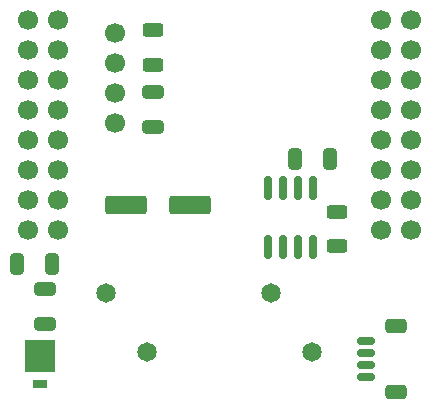
<source format=gbr>
%TF.GenerationSoftware,KiCad,Pcbnew,(6.0.8-1)-1*%
%TF.CreationDate,2024-02-06T23:44:39-06:00*%
%TF.ProjectId,openmv_can_shield,6f70656e-6d76-45f6-9361-6e5f73686965,rev?*%
%TF.SameCoordinates,Original*%
%TF.FileFunction,Soldermask,Top*%
%TF.FilePolarity,Negative*%
%FSLAX46Y46*%
G04 Gerber Fmt 4.6, Leading zero omitted, Abs format (unit mm)*
G04 Created by KiCad (PCBNEW (6.0.8-1)-1) date 2024-02-06 23:44:39*
%MOMM*%
%LPD*%
G01*
G04 APERTURE LIST*
G04 Aperture macros list*
%AMRoundRect*
0 Rectangle with rounded corners*
0 $1 Rounding radius*
0 $2 $3 $4 $5 $6 $7 $8 $9 X,Y pos of 4 corners*
0 Add a 4 corners polygon primitive as box body*
4,1,4,$2,$3,$4,$5,$6,$7,$8,$9,$2,$3,0*
0 Add four circle primitives for the rounded corners*
1,1,$1+$1,$2,$3*
1,1,$1+$1,$4,$5*
1,1,$1+$1,$6,$7*
1,1,$1+$1,$8,$9*
0 Add four rect primitives between the rounded corners*
20,1,$1+$1,$2,$3,$4,$5,0*
20,1,$1+$1,$4,$5,$6,$7,0*
20,1,$1+$1,$6,$7,$8,$9,0*
20,1,$1+$1,$8,$9,$2,$3,0*%
G04 Aperture macros list end*
%ADD10RoundRect,0.150000X-0.150000X0.825000X-0.150000X-0.825000X0.150000X-0.825000X0.150000X0.825000X0*%
%ADD11RoundRect,0.250000X0.625000X-0.312500X0.625000X0.312500X-0.625000X0.312500X-0.625000X-0.312500X0*%
%ADD12RoundRect,0.250000X0.650000X-0.325000X0.650000X0.325000X-0.650000X0.325000X-0.650000X-0.325000X0*%
%ADD13RoundRect,0.250000X-0.325000X-0.650000X0.325000X-0.650000X0.325000X0.650000X-0.325000X0.650000X0*%
%ADD14C,1.700000*%
%ADD15RoundRect,0.150000X-0.625000X0.150000X-0.625000X-0.150000X0.625000X-0.150000X0.625000X0.150000X0*%
%ADD16RoundRect,0.250000X-0.650000X0.350000X-0.650000X-0.350000X0.650000X-0.350000X0.650000X0.350000X0*%
%ADD17C,1.650000*%
%ADD18RoundRect,0.250000X-1.500000X-0.550000X1.500000X-0.550000X1.500000X0.550000X-1.500000X0.550000X0*%
%ADD19R,2.540000X2.670000*%
%ADD20R,1.270000X0.760000*%
G04 APERTURE END LIST*
D10*
%TO.C,U2*%
X149402800Y-96458000D03*
X148132800Y-96458000D03*
X146862800Y-96458000D03*
X145592800Y-96458000D03*
X145592800Y-101408000D03*
X146862800Y-101408000D03*
X148132800Y-101408000D03*
X149402800Y-101408000D03*
%TD*%
D11*
%TO.C,R1*%
X135864600Y-86019100D03*
X135864600Y-83094100D03*
%TD*%
D12*
%TO.C,C4*%
X135864600Y-91236800D03*
X135864600Y-88286800D03*
%TD*%
D13*
%TO.C,C3*%
X124382000Y-102870000D03*
X127332000Y-102870000D03*
%TD*%
D11*
%TO.C,R2*%
X151434800Y-101386100D03*
X151434800Y-98461100D03*
%TD*%
D12*
%TO.C,C2*%
X126746000Y-107951800D03*
X126746000Y-105001800D03*
%TD*%
D14*
%TO.C,RT1*%
X125304800Y-82212800D03*
X125304800Y-84752800D03*
X125304800Y-87292800D03*
X125304800Y-89832800D03*
X125304800Y-92372800D03*
X125304800Y-94912800D03*
X125304800Y-97452800D03*
X125304800Y-99992800D03*
X127844800Y-82212800D03*
X127844800Y-84752800D03*
X127844800Y-87292800D03*
X127844800Y-89832800D03*
X127844800Y-92372800D03*
X127844800Y-94912800D03*
X127844800Y-97452800D03*
X127844800Y-99992800D03*
X155164800Y-82212800D03*
X155164800Y-84752800D03*
X155164800Y-87292800D03*
X155164800Y-89832800D03*
X155164800Y-92372800D03*
X155164800Y-94912800D03*
X155164800Y-97452800D03*
X155164800Y-99992800D03*
X157704800Y-82212800D03*
X157704800Y-84752800D03*
X157704800Y-87292800D03*
X157704800Y-89832800D03*
X157704800Y-92372800D03*
X157704800Y-94912800D03*
X157704800Y-97452800D03*
X157704800Y-99992800D03*
%TD*%
D15*
%TO.C,X1*%
X153919800Y-109421800D03*
X153919800Y-110421800D03*
X153919800Y-111421800D03*
X153919800Y-112421800D03*
D16*
X156444800Y-113721800D03*
X156444800Y-108121800D03*
%TD*%
D17*
%TO.C,J1*%
X131907400Y-105286800D03*
X135407400Y-110286800D03*
%TD*%
D18*
%TO.C,C1*%
X133596400Y-97840800D03*
X138996400Y-97840800D03*
%TD*%
D17*
%TO.C,J3*%
X145852000Y-105337600D03*
X149352000Y-110337600D03*
%TD*%
D13*
%TO.C,C6*%
X147902400Y-93954600D03*
X150852400Y-93954600D03*
%TD*%
D14*
%TO.C,U1*%
X132689600Y-83312000D03*
X132689600Y-85852000D03*
X132689600Y-88392000D03*
X132689600Y-90932000D03*
%TD*%
D19*
%TO.C,D1*%
X126365000Y-110638400D03*
D20*
X126365000Y-112993400D03*
%TD*%
M02*

</source>
